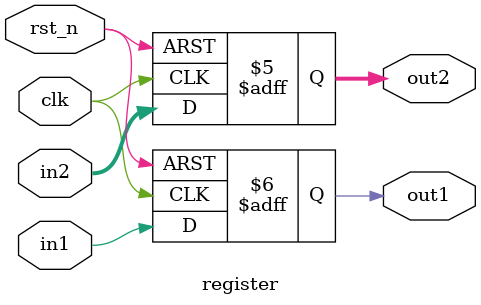
<source format=v>
`timescale 1ns / 1ps

module register (
	rst_n, 
	clk, 
	in1, 
	in2, 
	out1, 
	out2
); // port list

// port declaration and IO direction
input rst_n;
input clk;
input in1;
input [3:0] in2; // 4bit input
output out1;
output [3:0] out2; // 4bit output


// behavioral modeling: 1-bit register
reg out1;
always @(posedge clk or negedge rst_n) 
begin
	if ( rst_n == 0 ) out1 <= 1'b0; // active low | rst enable
	else out1 <= in1;
end



// behavioral meodeling: 4-bit register
reg [3:0] out2;
always @(posedge clk, negedge rst_n) 
begin
	if ( rst_n == 0 ) out2 <= 4'b0;
	else out2 <= in2;
end
	
endmodule

</source>
